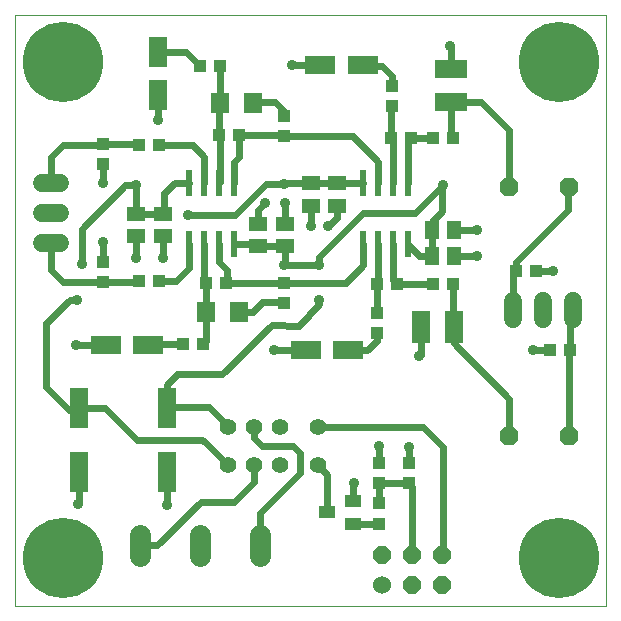
<source format=gtl>
G75*
%MOIN*%
%OFA0B0*%
%FSLAX25Y25*%
%IPPOS*%
%LPD*%
%AMOC8*
5,1,8,0,0,1.08239X$1,22.5*
%
%ADD10C,0.00394*%
%ADD11R,0.02362X0.08661*%
%ADD12C,0.07050*%
%ADD13R,0.03937X0.04331*%
%ADD14R,0.04331X0.03937*%
%ADD15R,0.06299X0.07087*%
%ADD16R,0.10630X0.06299*%
%ADD17R,0.06299X0.10236*%
%ADD18R,0.10236X0.06299*%
%ADD19R,0.06299X0.13780*%
%ADD20R,0.05906X0.05118*%
%ADD21R,0.05118X0.05906*%
%ADD22OC8,0.06300*%
%ADD23R,0.06299X0.10630*%
%ADD24C,0.06000*%
%ADD25C,0.05600*%
%ADD26C,0.06000*%
%ADD27OC8,0.06000*%
%ADD28R,0.05512X0.03937*%
%ADD29C,0.03543*%
%ADD30C,0.02362*%
%ADD31C,0.26772*%
D10*
X0001800Y0001800D02*
X0001800Y0198650D01*
X0198650Y0198650D01*
X0198650Y0001800D01*
X0001800Y0001800D01*
D11*
X0059654Y0122272D03*
X0064654Y0122272D03*
X0069654Y0122272D03*
X0074654Y0122272D03*
X0074654Y0142745D03*
X0069654Y0142745D03*
X0064654Y0142745D03*
X0059654Y0142745D03*
X0117528Y0142745D03*
X0122528Y0142745D03*
X0127528Y0142745D03*
X0132528Y0142745D03*
X0132528Y0122272D03*
X0127528Y0122272D03*
X0122528Y0122272D03*
X0117528Y0122272D03*
D12*
X0083454Y0025463D02*
X0083454Y0018413D01*
X0063454Y0018413D02*
X0063454Y0025463D01*
X0043454Y0025463D02*
X0043454Y0018413D01*
D13*
X0057784Y0089044D03*
X0064477Y0089044D03*
X0065343Y0109320D03*
X0072036Y0109320D03*
X0049635Y0110068D03*
X0042942Y0110068D03*
X0042942Y0155343D03*
X0049635Y0155343D03*
X0069556Y0158532D03*
X0076249Y0158532D03*
X0069950Y0181564D03*
X0063257Y0181564D03*
X0127036Y0157745D03*
X0133729Y0157745D03*
X0140973Y0157706D03*
X0147666Y0157706D03*
X0168690Y0113375D03*
X0175383Y0113375D03*
X0179910Y0086879D03*
X0186603Y0086879D03*
X0147666Y0108887D03*
X0140973Y0108887D03*
X0128926Y0108926D03*
X0122233Y0108926D03*
X0123060Y0049241D03*
X0123060Y0042548D03*
D14*
X0123060Y0035855D03*
X0123060Y0029162D03*
X0132902Y0042548D03*
X0132902Y0049241D03*
X0122430Y0092666D03*
X0122430Y0099359D03*
X0091170Y0102784D03*
X0091170Y0109477D03*
X0091170Y0158296D03*
X0091170Y0164989D03*
X0127233Y0168296D03*
X0127233Y0174989D03*
X0030934Y0155540D03*
X0030934Y0148847D03*
X0030973Y0116485D03*
X0030973Y0109792D03*
D15*
X0065422Y0099792D03*
X0076446Y0099792D03*
X0081091Y0169477D03*
X0070068Y0169477D03*
D16*
X0147076Y0169517D03*
X0147076Y0180540D03*
D17*
X0049438Y0186170D03*
X0049438Y0171997D03*
D18*
X0103454Y0182115D03*
X0117627Y0182115D03*
X0046052Y0088690D03*
X0031879Y0088690D03*
X0098650Y0086839D03*
X0112824Y0086839D03*
D19*
X0052312Y0067666D03*
X0052312Y0046406D03*
X0022942Y0046328D03*
X0022942Y0067587D03*
D20*
X0042076Y0124910D03*
X0042076Y0132391D03*
X0050894Y0132391D03*
X0050894Y0124910D03*
X0082509Y0121682D03*
X0082509Y0129162D03*
X0091524Y0129162D03*
X0091524Y0121682D03*
X0100225Y0135068D03*
X0100225Y0142548D03*
X0108887Y0142548D03*
X0108887Y0135068D03*
D21*
X0140580Y0126997D03*
X0148060Y0126997D03*
X0148060Y0118335D03*
X0140580Y0118335D03*
D22*
X0166209Y0141170D03*
X0186209Y0141170D03*
X0186209Y0058493D03*
X0166209Y0058493D03*
D23*
X0147863Y0094713D03*
X0136839Y0094713D03*
D24*
X0167784Y0097225D02*
X0167784Y0103225D01*
X0177784Y0103225D02*
X0177784Y0097225D01*
X0187784Y0097225D02*
X0187784Y0103225D01*
X0016611Y0122509D02*
X0010611Y0122509D01*
X0010611Y0132509D02*
X0016611Y0132509D01*
X0016611Y0142509D02*
X0010611Y0142509D01*
D25*
X0072666Y0061249D03*
X0081328Y0061249D03*
X0089989Y0061249D03*
X0089989Y0048650D03*
X0081328Y0048650D03*
X0072666Y0048650D03*
X0102587Y0048650D03*
X0102587Y0061249D03*
D26*
X0124083Y0008611D03*
D27*
X0124083Y0018611D03*
X0134083Y0018611D03*
X0134083Y0008611D03*
X0144083Y0008611D03*
X0144083Y0018611D03*
D28*
X0114398Y0029162D03*
X0114398Y0036643D03*
X0105737Y0032902D03*
D29*
X0114792Y0042745D03*
X0123060Y0054950D03*
X0132902Y0054556D03*
X0136446Y0084871D03*
X0102981Y0103769D03*
X0102981Y0115186D03*
X0091170Y0115186D03*
X0100225Y0128178D03*
X0106131Y0128178D03*
X0091564Y0136052D03*
X0084871Y0136052D03*
X0091170Y0142351D03*
X0059280Y0132115D03*
X0051013Y0117548D03*
X0041957Y0117548D03*
X0030934Y0123060D03*
X0023847Y0115580D03*
X0022272Y0103769D03*
X0021879Y0088808D03*
X0041957Y0141957D03*
X0030934Y0142745D03*
X0049438Y0163611D03*
X0093926Y0182115D03*
X0144320Y0141957D03*
X0155737Y0126997D03*
X0155737Y0118335D03*
X0180934Y0113217D03*
X0174241Y0086839D03*
X0088020Y0086839D03*
X0052194Y0035265D03*
X0022666Y0035658D03*
X0146682Y0188414D03*
D30*
X0147076Y0188020D01*
X0147076Y0180540D01*
X0147076Y0169517D02*
X0147076Y0158296D01*
X0147666Y0157706D01*
X0140973Y0157706D02*
X0133769Y0157706D01*
X0133729Y0157745D01*
X0132528Y0156544D01*
X0132528Y0142745D01*
X0127528Y0142745D02*
X0127528Y0157253D01*
X0127036Y0157745D01*
X0127036Y0168099D01*
X0127233Y0168296D01*
X0127233Y0174989D02*
X0127233Y0178335D01*
X0123847Y0181721D01*
X0118020Y0181721D01*
X0117627Y0182115D01*
X0103454Y0182115D02*
X0093926Y0182115D01*
X0088414Y0169517D02*
X0081131Y0169517D01*
X0081091Y0169477D01*
X0088414Y0169517D02*
X0091170Y0166761D01*
X0091170Y0164989D01*
X0090934Y0158532D02*
X0091170Y0158296D01*
X0114202Y0158296D01*
X0122666Y0149831D01*
X0122666Y0142883D01*
X0122528Y0142745D01*
X0117528Y0142745D02*
X0117331Y0142548D01*
X0108887Y0142548D01*
X0100225Y0142548D01*
X0091367Y0142548D01*
X0091170Y0142351D01*
X0085265Y0142351D01*
X0075028Y0132115D01*
X0059280Y0132115D01*
X0051406Y0132902D02*
X0051406Y0139202D01*
X0054950Y0142745D01*
X0059654Y0142745D01*
X0064654Y0142745D02*
X0064792Y0142883D01*
X0064792Y0151406D01*
X0060855Y0155343D01*
X0049635Y0155343D01*
X0042942Y0155343D02*
X0042745Y0155540D01*
X0030934Y0155540D01*
X0030737Y0155343D01*
X0017548Y0155343D01*
X0013611Y0151406D01*
X0013611Y0142509D01*
X0023847Y0127391D02*
X0038414Y0141957D01*
X0041957Y0141957D01*
X0041957Y0132509D01*
X0042076Y0132391D01*
X0050894Y0132391D01*
X0051406Y0132902D01*
X0050894Y0124910D02*
X0050894Y0117666D01*
X0051013Y0117548D01*
X0049635Y0110068D02*
X0055343Y0110068D01*
X0059674Y0114398D01*
X0059674Y0122253D01*
X0059654Y0122272D01*
X0064654Y0122272D02*
X0064654Y0110009D01*
X0065343Y0109320D01*
X0065343Y0099871D01*
X0065422Y0099792D01*
X0065422Y0089989D01*
X0064477Y0089044D01*
X0057784Y0089044D02*
X0046406Y0089044D01*
X0046052Y0088690D01*
X0055737Y0078965D02*
X0052194Y0075422D01*
X0052194Y0067784D01*
X0052312Y0067666D01*
X0052587Y0067942D01*
X0066367Y0067942D01*
X0072666Y0061643D01*
X0072666Y0061249D01*
X0081328Y0061249D02*
X0081328Y0057706D01*
X0084083Y0054950D01*
X0094320Y0054950D01*
X0096682Y0052587D01*
X0096682Y0045894D01*
X0083296Y0032509D01*
X0083296Y0022095D01*
X0083454Y0021938D01*
X0074635Y0036446D02*
X0081328Y0043139D01*
X0081328Y0048650D01*
X0072666Y0048650D02*
X0064792Y0056524D01*
X0064398Y0056524D01*
X0064005Y0056918D01*
X0042351Y0056918D01*
X0031721Y0067548D01*
X0022981Y0067548D01*
X0022981Y0069438D01*
X0023454Y0069910D01*
X0023454Y0067548D01*
X0023060Y0067154D01*
X0019517Y0067154D01*
X0012036Y0074635D01*
X0012036Y0095894D01*
X0019910Y0103769D01*
X0022272Y0103769D01*
X0017548Y0109674D02*
X0013611Y0113611D01*
X0013611Y0122509D01*
X0023847Y0127391D02*
X0023847Y0115580D01*
X0017548Y0109674D02*
X0030855Y0109674D01*
X0030973Y0109792D01*
X0042784Y0109792D01*
X0042942Y0110068D01*
X0041957Y0117548D02*
X0042076Y0117666D01*
X0042076Y0124910D01*
X0030973Y0123020D02*
X0030973Y0116485D01*
X0030973Y0123020D02*
X0030934Y0123060D01*
X0030934Y0142745D02*
X0030934Y0148847D01*
X0049438Y0163611D02*
X0049438Y0171997D01*
X0049438Y0186170D02*
X0058650Y0186170D01*
X0063257Y0181564D01*
X0069950Y0181564D02*
X0069950Y0169595D01*
X0070068Y0169477D01*
X0069556Y0168965D01*
X0069556Y0158532D01*
X0069556Y0158454D01*
X0069910Y0158099D01*
X0069910Y0143001D01*
X0069654Y0142745D01*
X0074635Y0142765D02*
X0074635Y0149831D01*
X0076249Y0151446D01*
X0076249Y0158532D01*
X0090934Y0158532D01*
X0074635Y0142765D02*
X0074654Y0142745D01*
X0082509Y0133690D02*
X0084871Y0136052D01*
X0082509Y0133690D02*
X0082509Y0129162D01*
X0081918Y0122272D02*
X0074654Y0122272D01*
X0069654Y0122272D02*
X0069654Y0116229D01*
X0072272Y0113611D01*
X0072272Y0109556D01*
X0072036Y0109320D01*
X0091013Y0109320D01*
X0091170Y0109477D01*
X0111839Y0109477D01*
X0117548Y0115186D01*
X0117548Y0122253D01*
X0117528Y0122272D01*
X0122528Y0122272D02*
X0122528Y0109221D01*
X0122233Y0108926D01*
X0122233Y0099556D01*
X0122430Y0099359D01*
X0122430Y0092666D02*
X0122430Y0090146D01*
X0119123Y0086839D01*
X0112824Y0086839D01*
X0110461Y0086839D01*
X0098650Y0086839D02*
X0088020Y0086839D01*
X0087233Y0095501D02*
X0070698Y0078965D01*
X0055737Y0078965D01*
X0076446Y0099792D02*
X0080894Y0099792D01*
X0084083Y0102981D01*
X0090973Y0102981D01*
X0091170Y0102784D01*
X0087233Y0095501D02*
X0096288Y0095107D01*
X0102981Y0102194D01*
X0102981Y0103769D01*
X0102981Y0115186D02*
X0091170Y0115186D01*
X0091524Y0115540D01*
X0091524Y0121682D01*
X0082509Y0121682D01*
X0081918Y0122272D01*
X0091524Y0129162D02*
X0091524Y0136013D01*
X0091564Y0136052D01*
X0100225Y0135068D02*
X0100225Y0128178D01*
X0106131Y0128178D02*
X0108887Y0130934D01*
X0108887Y0135068D01*
X0117548Y0132509D02*
X0134871Y0132509D01*
X0144320Y0141957D01*
X0144123Y0141761D01*
X0144123Y0133217D01*
X0140580Y0129674D01*
X0140580Y0126997D01*
X0140580Y0118335D01*
X0136465Y0118335D01*
X0132528Y0122272D01*
X0127528Y0122272D02*
X0127528Y0110324D01*
X0128926Y0108926D01*
X0140934Y0108926D01*
X0140973Y0108887D01*
X0147666Y0108887D02*
X0147666Y0094910D01*
X0147863Y0094713D01*
X0147863Y0089202D01*
X0166367Y0070698D01*
X0166367Y0058650D01*
X0166209Y0058493D01*
X0186209Y0058493D02*
X0186209Y0086485D01*
X0186603Y0086879D01*
X0186603Y0099044D01*
X0187784Y0100225D01*
X0179910Y0086879D02*
X0174280Y0086879D01*
X0174241Y0086839D01*
X0167784Y0100225D02*
X0167784Y0112469D01*
X0168690Y0113375D01*
X0168690Y0116328D01*
X0186052Y0133690D01*
X0186052Y0141013D01*
X0186209Y0141170D01*
X0166209Y0141170D02*
X0166209Y0160225D01*
X0156918Y0169517D01*
X0147076Y0169517D01*
X0117548Y0132509D02*
X0102981Y0117942D01*
X0102981Y0115186D01*
X0136446Y0084871D02*
X0136839Y0085265D01*
X0136839Y0094713D01*
X0148060Y0118335D02*
X0155737Y0118335D01*
X0155737Y0126997D02*
X0148060Y0126997D01*
X0175383Y0113375D02*
X0180776Y0113375D01*
X0180934Y0113217D01*
X0137627Y0061249D02*
X0144320Y0054556D01*
X0144320Y0018847D01*
X0144083Y0018611D01*
X0134083Y0018611D02*
X0134083Y0041367D01*
X0132902Y0042548D01*
X0123060Y0042548D01*
X0123060Y0035855D01*
X0123060Y0029162D02*
X0114398Y0029162D01*
X0114398Y0036643D02*
X0114398Y0042351D01*
X0114792Y0042745D01*
X0123060Y0049241D02*
X0123060Y0054950D01*
X0132902Y0054556D02*
X0132902Y0049241D01*
X0137627Y0061249D02*
X0102587Y0061249D01*
X0102587Y0048650D02*
X0105737Y0045501D01*
X0105737Y0032902D01*
X0074635Y0036446D02*
X0063611Y0036446D01*
X0049103Y0021938D01*
X0043454Y0021938D01*
X0052194Y0035265D02*
X0052312Y0035383D01*
X0052312Y0046406D01*
X0022942Y0046328D02*
X0022942Y0035934D01*
X0022666Y0035658D01*
X0022981Y0067548D02*
X0022942Y0067587D01*
X0021997Y0088690D02*
X0021879Y0088808D01*
X0021997Y0088690D02*
X0031879Y0088690D01*
D31*
X0017548Y0017548D03*
X0182902Y0017548D03*
X0182902Y0182902D03*
X0017548Y0182902D03*
M02*

</source>
